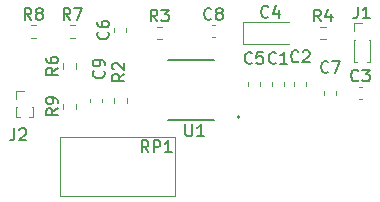
<source format=gbr>
%TF.GenerationSoftware,KiCad,Pcbnew,(5.1.10)-1*%
%TF.CreationDate,2022-02-05T14:04:05-05:00*%
%TF.ProjectId,Strain_Guage_Schematic,53747261-696e-45f4-9775-6167655f5363,rev?*%
%TF.SameCoordinates,Original*%
%TF.FileFunction,Legend,Top*%
%TF.FilePolarity,Positive*%
%FSLAX46Y46*%
G04 Gerber Fmt 4.6, Leading zero omitted, Abs format (unit mm)*
G04 Created by KiCad (PCBNEW (5.1.10)-1) date 2022-02-05 14:04:05*
%MOMM*%
%LPD*%
G01*
G04 APERTURE LIST*
%ADD10C,0.120000*%
%ADD11C,0.127000*%
%ADD12C,0.200000*%
%ADD13C,0.150000*%
G04 APERTURE END LIST*
D10*
%TO.C,C1*%
X90477000Y-47107580D02*
X90477000Y-46826420D01*
X91497000Y-47107580D02*
X91497000Y-46826420D01*
%TO.C,C2*%
X93402000Y-47107580D02*
X93402000Y-46826420D01*
X92382000Y-47107580D02*
X92382000Y-46826420D01*
%TO.C,C3*%
X97831420Y-47219000D02*
X98112580Y-47219000D01*
X97831420Y-48239000D02*
X98112580Y-48239000D01*
%TO.C,C4*%
X88042000Y-43584000D02*
X91952000Y-43584000D01*
X88042000Y-41714000D02*
X88042000Y-43584000D01*
X91952000Y-41714000D02*
X88042000Y-41714000D01*
%TO.C,C5*%
X89465000Y-47107580D02*
X89465000Y-46826420D01*
X88445000Y-47107580D02*
X88445000Y-46826420D01*
%TO.C,C6*%
X78162000Y-42535580D02*
X78162000Y-42254420D01*
X77142000Y-42535580D02*
X77142000Y-42254420D01*
%TO.C,C7*%
X95942000Y-47869580D02*
X95942000Y-47588420D01*
X94922000Y-47869580D02*
X94922000Y-47588420D01*
%TO.C,C8*%
X85385420Y-42012000D02*
X85666580Y-42012000D01*
X85385420Y-43032000D02*
X85666580Y-43032000D01*
%TO.C,C9*%
X75110000Y-48504580D02*
X75110000Y-48223420D01*
X76130000Y-48504580D02*
X76130000Y-48223420D01*
%TO.C,J1*%
X97404000Y-41837000D02*
X98099000Y-41837000D01*
X97404000Y-42522000D02*
X97404000Y-41837000D01*
X98707276Y-43207000D02*
X98794000Y-43207000D01*
X97404000Y-43207000D02*
X97490724Y-43207000D01*
X98794000Y-43207000D02*
X98794000Y-45082000D01*
X97404000Y-43207000D02*
X97404000Y-45082000D01*
X98493493Y-45082000D02*
X98794000Y-45082000D01*
X97404000Y-45082000D02*
X97704507Y-45082000D01*
%TO.C,J2*%
X68829000Y-47552000D02*
X69524000Y-47552000D01*
X68829000Y-48237000D02*
X68829000Y-47552000D01*
X70132276Y-48922000D02*
X70219000Y-48922000D01*
X68829000Y-48922000D02*
X68915724Y-48922000D01*
X70219000Y-48922000D02*
X70219000Y-49797000D01*
X68829000Y-48922000D02*
X68829000Y-49797000D01*
X69918493Y-49797000D02*
X70219000Y-49797000D01*
X68829000Y-49797000D02*
X69129507Y-49797000D01*
%TO.C,R2*%
X77129500Y-48126742D02*
X77129500Y-48601258D01*
X78174500Y-48126742D02*
X78174500Y-48601258D01*
%TO.C,R3*%
X80716742Y-43171500D02*
X81191258Y-43171500D01*
X80716742Y-42126500D02*
X81191258Y-42126500D01*
%TO.C,R4*%
X94559742Y-42126500D02*
X95034258Y-42126500D01*
X94559742Y-43171500D02*
X95034258Y-43171500D01*
%TO.C,RP1*%
X82283000Y-51422000D02*
X82283000Y-56492000D01*
X72513000Y-51422000D02*
X72513000Y-56492000D01*
X72513000Y-56492000D02*
X82283000Y-56492000D01*
X72513000Y-51422000D02*
X82283000Y-51422000D01*
%TO.C,R6*%
X73856500Y-45680258D02*
X73856500Y-45205742D01*
X72811500Y-45680258D02*
X72811500Y-45205742D01*
%TO.C,R7*%
X73350742Y-41999500D02*
X73825258Y-41999500D01*
X73350742Y-43044500D02*
X73825258Y-43044500D01*
%TO.C,R8*%
X70048742Y-43044500D02*
X70523258Y-43044500D01*
X70048742Y-41999500D02*
X70523258Y-41999500D01*
%TO.C,R9*%
X72811500Y-49109258D02*
X72811500Y-48634742D01*
X73856500Y-49109258D02*
X73856500Y-48634742D01*
D11*
%TO.C,U1*%
X85571000Y-44950000D02*
X81671000Y-44950000D01*
X85571000Y-50000000D02*
X81671000Y-50000000D01*
D12*
X87761000Y-49780000D02*
G75*
G03*
X87761000Y-49780000I-100000J0D01*
G01*
%TO.C,C1*%
D13*
X90820333Y-45165142D02*
X90772714Y-45212761D01*
X90629857Y-45260380D01*
X90534619Y-45260380D01*
X90391761Y-45212761D01*
X90296523Y-45117523D01*
X90248904Y-45022285D01*
X90201285Y-44831809D01*
X90201285Y-44688952D01*
X90248904Y-44498476D01*
X90296523Y-44403238D01*
X90391761Y-44308000D01*
X90534619Y-44260380D01*
X90629857Y-44260380D01*
X90772714Y-44308000D01*
X90820333Y-44355619D01*
X91772714Y-45260380D02*
X91201285Y-45260380D01*
X91487000Y-45260380D02*
X91487000Y-44260380D01*
X91391761Y-44403238D01*
X91296523Y-44498476D01*
X91201285Y-44546095D01*
%TO.C,C2*%
X92725333Y-45038142D02*
X92677714Y-45085761D01*
X92534857Y-45133380D01*
X92439619Y-45133380D01*
X92296761Y-45085761D01*
X92201523Y-44990523D01*
X92153904Y-44895285D01*
X92106285Y-44704809D01*
X92106285Y-44561952D01*
X92153904Y-44371476D01*
X92201523Y-44276238D01*
X92296761Y-44181000D01*
X92439619Y-44133380D01*
X92534857Y-44133380D01*
X92677714Y-44181000D01*
X92725333Y-44228619D01*
X93106285Y-44228619D02*
X93153904Y-44181000D01*
X93249142Y-44133380D01*
X93487238Y-44133380D01*
X93582476Y-44181000D01*
X93630095Y-44228619D01*
X93677714Y-44323857D01*
X93677714Y-44419095D01*
X93630095Y-44561952D01*
X93058666Y-45133380D01*
X93677714Y-45133380D01*
%TO.C,C3*%
X97805333Y-46656142D02*
X97757714Y-46703761D01*
X97614857Y-46751380D01*
X97519619Y-46751380D01*
X97376761Y-46703761D01*
X97281523Y-46608523D01*
X97233904Y-46513285D01*
X97186285Y-46322809D01*
X97186285Y-46179952D01*
X97233904Y-45989476D01*
X97281523Y-45894238D01*
X97376761Y-45799000D01*
X97519619Y-45751380D01*
X97614857Y-45751380D01*
X97757714Y-45799000D01*
X97805333Y-45846619D01*
X98138666Y-45751380D02*
X98757714Y-45751380D01*
X98424380Y-46132333D01*
X98567238Y-46132333D01*
X98662476Y-46179952D01*
X98710095Y-46227571D01*
X98757714Y-46322809D01*
X98757714Y-46560904D01*
X98710095Y-46656142D01*
X98662476Y-46703761D01*
X98567238Y-46751380D01*
X98281523Y-46751380D01*
X98186285Y-46703761D01*
X98138666Y-46656142D01*
%TO.C,C4*%
X90185333Y-41256142D02*
X90137714Y-41303761D01*
X89994857Y-41351380D01*
X89899619Y-41351380D01*
X89756761Y-41303761D01*
X89661523Y-41208523D01*
X89613904Y-41113285D01*
X89566285Y-40922809D01*
X89566285Y-40779952D01*
X89613904Y-40589476D01*
X89661523Y-40494238D01*
X89756761Y-40399000D01*
X89899619Y-40351380D01*
X89994857Y-40351380D01*
X90137714Y-40399000D01*
X90185333Y-40446619D01*
X91042476Y-40684714D02*
X91042476Y-41351380D01*
X90804380Y-40303761D02*
X90566285Y-41018047D01*
X91185333Y-41018047D01*
%TO.C,C5*%
X88788333Y-45165142D02*
X88740714Y-45212761D01*
X88597857Y-45260380D01*
X88502619Y-45260380D01*
X88359761Y-45212761D01*
X88264523Y-45117523D01*
X88216904Y-45022285D01*
X88169285Y-44831809D01*
X88169285Y-44688952D01*
X88216904Y-44498476D01*
X88264523Y-44403238D01*
X88359761Y-44308000D01*
X88502619Y-44260380D01*
X88597857Y-44260380D01*
X88740714Y-44308000D01*
X88788333Y-44355619D01*
X89693095Y-44260380D02*
X89216904Y-44260380D01*
X89169285Y-44736571D01*
X89216904Y-44688952D01*
X89312142Y-44641333D01*
X89550238Y-44641333D01*
X89645476Y-44688952D01*
X89693095Y-44736571D01*
X89740714Y-44831809D01*
X89740714Y-45069904D01*
X89693095Y-45165142D01*
X89645476Y-45212761D01*
X89550238Y-45260380D01*
X89312142Y-45260380D01*
X89216904Y-45212761D01*
X89169285Y-45165142D01*
%TO.C,C6*%
X76579142Y-42561666D02*
X76626761Y-42609285D01*
X76674380Y-42752142D01*
X76674380Y-42847380D01*
X76626761Y-42990238D01*
X76531523Y-43085476D01*
X76436285Y-43133095D01*
X76245809Y-43180714D01*
X76102952Y-43180714D01*
X75912476Y-43133095D01*
X75817238Y-43085476D01*
X75722000Y-42990238D01*
X75674380Y-42847380D01*
X75674380Y-42752142D01*
X75722000Y-42609285D01*
X75769619Y-42561666D01*
X75674380Y-41704523D02*
X75674380Y-41895000D01*
X75722000Y-41990238D01*
X75769619Y-42037857D01*
X75912476Y-42133095D01*
X76102952Y-42180714D01*
X76483904Y-42180714D01*
X76579142Y-42133095D01*
X76626761Y-42085476D01*
X76674380Y-41990238D01*
X76674380Y-41799761D01*
X76626761Y-41704523D01*
X76579142Y-41656904D01*
X76483904Y-41609285D01*
X76245809Y-41609285D01*
X76150571Y-41656904D01*
X76102952Y-41704523D01*
X76055333Y-41799761D01*
X76055333Y-41990238D01*
X76102952Y-42085476D01*
X76150571Y-42133095D01*
X76245809Y-42180714D01*
%TO.C,C7*%
X95265333Y-45927142D02*
X95217714Y-45974761D01*
X95074857Y-46022380D01*
X94979619Y-46022380D01*
X94836761Y-45974761D01*
X94741523Y-45879523D01*
X94693904Y-45784285D01*
X94646285Y-45593809D01*
X94646285Y-45450952D01*
X94693904Y-45260476D01*
X94741523Y-45165238D01*
X94836761Y-45070000D01*
X94979619Y-45022380D01*
X95074857Y-45022380D01*
X95217714Y-45070000D01*
X95265333Y-45117619D01*
X95598666Y-45022380D02*
X96265333Y-45022380D01*
X95836761Y-46022380D01*
%TO.C,C8*%
X85359333Y-41449142D02*
X85311714Y-41496761D01*
X85168857Y-41544380D01*
X85073619Y-41544380D01*
X84930761Y-41496761D01*
X84835523Y-41401523D01*
X84787904Y-41306285D01*
X84740285Y-41115809D01*
X84740285Y-40972952D01*
X84787904Y-40782476D01*
X84835523Y-40687238D01*
X84930761Y-40592000D01*
X85073619Y-40544380D01*
X85168857Y-40544380D01*
X85311714Y-40592000D01*
X85359333Y-40639619D01*
X85930761Y-40972952D02*
X85835523Y-40925333D01*
X85787904Y-40877714D01*
X85740285Y-40782476D01*
X85740285Y-40734857D01*
X85787904Y-40639619D01*
X85835523Y-40592000D01*
X85930761Y-40544380D01*
X86121238Y-40544380D01*
X86216476Y-40592000D01*
X86264095Y-40639619D01*
X86311714Y-40734857D01*
X86311714Y-40782476D01*
X86264095Y-40877714D01*
X86216476Y-40925333D01*
X86121238Y-40972952D01*
X85930761Y-40972952D01*
X85835523Y-41020571D01*
X85787904Y-41068190D01*
X85740285Y-41163428D01*
X85740285Y-41353904D01*
X85787904Y-41449142D01*
X85835523Y-41496761D01*
X85930761Y-41544380D01*
X86121238Y-41544380D01*
X86216476Y-41496761D01*
X86264095Y-41449142D01*
X86311714Y-41353904D01*
X86311714Y-41163428D01*
X86264095Y-41068190D01*
X86216476Y-41020571D01*
X86121238Y-40972952D01*
%TO.C,C9*%
X76231142Y-45863666D02*
X76278761Y-45911285D01*
X76326380Y-46054142D01*
X76326380Y-46149380D01*
X76278761Y-46292238D01*
X76183523Y-46387476D01*
X76088285Y-46435095D01*
X75897809Y-46482714D01*
X75754952Y-46482714D01*
X75564476Y-46435095D01*
X75469238Y-46387476D01*
X75374000Y-46292238D01*
X75326380Y-46149380D01*
X75326380Y-46054142D01*
X75374000Y-45911285D01*
X75421619Y-45863666D01*
X76326380Y-45387476D02*
X76326380Y-45197000D01*
X76278761Y-45101761D01*
X76231142Y-45054142D01*
X76088285Y-44958904D01*
X75897809Y-44911285D01*
X75516857Y-44911285D01*
X75421619Y-44958904D01*
X75374000Y-45006523D01*
X75326380Y-45101761D01*
X75326380Y-45292238D01*
X75374000Y-45387476D01*
X75421619Y-45435095D01*
X75516857Y-45482714D01*
X75754952Y-45482714D01*
X75850190Y-45435095D01*
X75897809Y-45387476D01*
X75945428Y-45292238D01*
X75945428Y-45101761D01*
X75897809Y-45006523D01*
X75850190Y-44958904D01*
X75754952Y-44911285D01*
%TO.C,J1*%
X97765666Y-40414380D02*
X97765666Y-41128666D01*
X97718047Y-41271523D01*
X97622809Y-41366761D01*
X97479952Y-41414380D01*
X97384714Y-41414380D01*
X98765666Y-41414380D02*
X98194238Y-41414380D01*
X98479952Y-41414380D02*
X98479952Y-40414380D01*
X98384714Y-40557238D01*
X98289476Y-40652476D01*
X98194238Y-40700095D01*
%TO.C,J2*%
X68682666Y-50737380D02*
X68682666Y-51451666D01*
X68635047Y-51594523D01*
X68539809Y-51689761D01*
X68396952Y-51737380D01*
X68301714Y-51737380D01*
X69111238Y-50832619D02*
X69158857Y-50785000D01*
X69254095Y-50737380D01*
X69492190Y-50737380D01*
X69587428Y-50785000D01*
X69635047Y-50832619D01*
X69682666Y-50927857D01*
X69682666Y-51023095D01*
X69635047Y-51165952D01*
X69063619Y-51737380D01*
X69682666Y-51737380D01*
%TO.C,R2*%
X77977380Y-46117666D02*
X77501190Y-46451000D01*
X77977380Y-46689095D02*
X76977380Y-46689095D01*
X76977380Y-46308142D01*
X77025000Y-46212904D01*
X77072619Y-46165285D01*
X77167857Y-46117666D01*
X77310714Y-46117666D01*
X77405952Y-46165285D01*
X77453571Y-46212904D01*
X77501190Y-46308142D01*
X77501190Y-46689095D01*
X77072619Y-45736714D02*
X77025000Y-45689095D01*
X76977380Y-45593857D01*
X76977380Y-45355761D01*
X77025000Y-45260523D01*
X77072619Y-45212904D01*
X77167857Y-45165285D01*
X77263095Y-45165285D01*
X77405952Y-45212904D01*
X77977380Y-45784333D01*
X77977380Y-45165285D01*
%TO.C,R3*%
X80787333Y-41671380D02*
X80454000Y-41195190D01*
X80215904Y-41671380D02*
X80215904Y-40671380D01*
X80596857Y-40671380D01*
X80692095Y-40719000D01*
X80739714Y-40766619D01*
X80787333Y-40861857D01*
X80787333Y-41004714D01*
X80739714Y-41099952D01*
X80692095Y-41147571D01*
X80596857Y-41195190D01*
X80215904Y-41195190D01*
X81120666Y-40671380D02*
X81739714Y-40671380D01*
X81406380Y-41052333D01*
X81549238Y-41052333D01*
X81644476Y-41099952D01*
X81692095Y-41147571D01*
X81739714Y-41242809D01*
X81739714Y-41480904D01*
X81692095Y-41576142D01*
X81644476Y-41623761D01*
X81549238Y-41671380D01*
X81263523Y-41671380D01*
X81168285Y-41623761D01*
X81120666Y-41576142D01*
%TO.C,R4*%
X94630333Y-41671380D02*
X94297000Y-41195190D01*
X94058904Y-41671380D02*
X94058904Y-40671380D01*
X94439857Y-40671380D01*
X94535095Y-40719000D01*
X94582714Y-40766619D01*
X94630333Y-40861857D01*
X94630333Y-41004714D01*
X94582714Y-41099952D01*
X94535095Y-41147571D01*
X94439857Y-41195190D01*
X94058904Y-41195190D01*
X95487476Y-41004714D02*
X95487476Y-41671380D01*
X95249380Y-40623761D02*
X95011285Y-41338047D01*
X95630333Y-41338047D01*
%TO.C,RP1*%
X80033333Y-52753380D02*
X79700000Y-52277190D01*
X79461904Y-52753380D02*
X79461904Y-51753380D01*
X79842857Y-51753380D01*
X79938095Y-51801000D01*
X79985714Y-51848619D01*
X80033333Y-51943857D01*
X80033333Y-52086714D01*
X79985714Y-52181952D01*
X79938095Y-52229571D01*
X79842857Y-52277190D01*
X79461904Y-52277190D01*
X80461904Y-52753380D02*
X80461904Y-51753380D01*
X80842857Y-51753380D01*
X80938095Y-51801000D01*
X80985714Y-51848619D01*
X81033333Y-51943857D01*
X81033333Y-52086714D01*
X80985714Y-52181952D01*
X80938095Y-52229571D01*
X80842857Y-52277190D01*
X80461904Y-52277190D01*
X81985714Y-52753380D02*
X81414285Y-52753380D01*
X81700000Y-52753380D02*
X81700000Y-51753380D01*
X81604761Y-51896238D01*
X81509523Y-51991476D01*
X81414285Y-52039095D01*
%TO.C,R6*%
X72356380Y-45609666D02*
X71880190Y-45943000D01*
X72356380Y-46181095D02*
X71356380Y-46181095D01*
X71356380Y-45800142D01*
X71404000Y-45704904D01*
X71451619Y-45657285D01*
X71546857Y-45609666D01*
X71689714Y-45609666D01*
X71784952Y-45657285D01*
X71832571Y-45704904D01*
X71880190Y-45800142D01*
X71880190Y-46181095D01*
X71356380Y-44752523D02*
X71356380Y-44943000D01*
X71404000Y-45038238D01*
X71451619Y-45085857D01*
X71594476Y-45181095D01*
X71784952Y-45228714D01*
X72165904Y-45228714D01*
X72261142Y-45181095D01*
X72308761Y-45133476D01*
X72356380Y-45038238D01*
X72356380Y-44847761D01*
X72308761Y-44752523D01*
X72261142Y-44704904D01*
X72165904Y-44657285D01*
X71927809Y-44657285D01*
X71832571Y-44704904D01*
X71784952Y-44752523D01*
X71737333Y-44847761D01*
X71737333Y-45038238D01*
X71784952Y-45133476D01*
X71832571Y-45181095D01*
X71927809Y-45228714D01*
%TO.C,R7*%
X73421333Y-41544380D02*
X73088000Y-41068190D01*
X72849904Y-41544380D02*
X72849904Y-40544380D01*
X73230857Y-40544380D01*
X73326095Y-40592000D01*
X73373714Y-40639619D01*
X73421333Y-40734857D01*
X73421333Y-40877714D01*
X73373714Y-40972952D01*
X73326095Y-41020571D01*
X73230857Y-41068190D01*
X72849904Y-41068190D01*
X73754666Y-40544380D02*
X74421333Y-40544380D01*
X73992761Y-41544380D01*
%TO.C,R8*%
X70119333Y-41544380D02*
X69786000Y-41068190D01*
X69547904Y-41544380D02*
X69547904Y-40544380D01*
X69928857Y-40544380D01*
X70024095Y-40592000D01*
X70071714Y-40639619D01*
X70119333Y-40734857D01*
X70119333Y-40877714D01*
X70071714Y-40972952D01*
X70024095Y-41020571D01*
X69928857Y-41068190D01*
X69547904Y-41068190D01*
X70690761Y-40972952D02*
X70595523Y-40925333D01*
X70547904Y-40877714D01*
X70500285Y-40782476D01*
X70500285Y-40734857D01*
X70547904Y-40639619D01*
X70595523Y-40592000D01*
X70690761Y-40544380D01*
X70881238Y-40544380D01*
X70976476Y-40592000D01*
X71024095Y-40639619D01*
X71071714Y-40734857D01*
X71071714Y-40782476D01*
X71024095Y-40877714D01*
X70976476Y-40925333D01*
X70881238Y-40972952D01*
X70690761Y-40972952D01*
X70595523Y-41020571D01*
X70547904Y-41068190D01*
X70500285Y-41163428D01*
X70500285Y-41353904D01*
X70547904Y-41449142D01*
X70595523Y-41496761D01*
X70690761Y-41544380D01*
X70881238Y-41544380D01*
X70976476Y-41496761D01*
X71024095Y-41449142D01*
X71071714Y-41353904D01*
X71071714Y-41163428D01*
X71024095Y-41068190D01*
X70976476Y-41020571D01*
X70881238Y-40972952D01*
%TO.C,R9*%
X72356380Y-49038666D02*
X71880190Y-49372000D01*
X72356380Y-49610095D02*
X71356380Y-49610095D01*
X71356380Y-49229142D01*
X71404000Y-49133904D01*
X71451619Y-49086285D01*
X71546857Y-49038666D01*
X71689714Y-49038666D01*
X71784952Y-49086285D01*
X71832571Y-49133904D01*
X71880190Y-49229142D01*
X71880190Y-49610095D01*
X72356380Y-48562476D02*
X72356380Y-48372000D01*
X72308761Y-48276761D01*
X72261142Y-48229142D01*
X72118285Y-48133904D01*
X71927809Y-48086285D01*
X71546857Y-48086285D01*
X71451619Y-48133904D01*
X71404000Y-48181523D01*
X71356380Y-48276761D01*
X71356380Y-48467238D01*
X71404000Y-48562476D01*
X71451619Y-48610095D01*
X71546857Y-48657714D01*
X71784952Y-48657714D01*
X71880190Y-48610095D01*
X71927809Y-48562476D01*
X71975428Y-48467238D01*
X71975428Y-48276761D01*
X71927809Y-48181523D01*
X71880190Y-48133904D01*
X71784952Y-48086285D01*
%TO.C,U1*%
X83162096Y-50389881D02*
X83162096Y-51199405D01*
X83209715Y-51294643D01*
X83257334Y-51342262D01*
X83352572Y-51389881D01*
X83543048Y-51389881D01*
X83638286Y-51342262D01*
X83685905Y-51294643D01*
X83733524Y-51199405D01*
X83733524Y-50389881D01*
X84733524Y-51389881D02*
X84162096Y-51389881D01*
X84447810Y-51389881D02*
X84447810Y-50389881D01*
X84352572Y-50532739D01*
X84257334Y-50627977D01*
X84162096Y-50675596D01*
%TD*%
M02*

</source>
